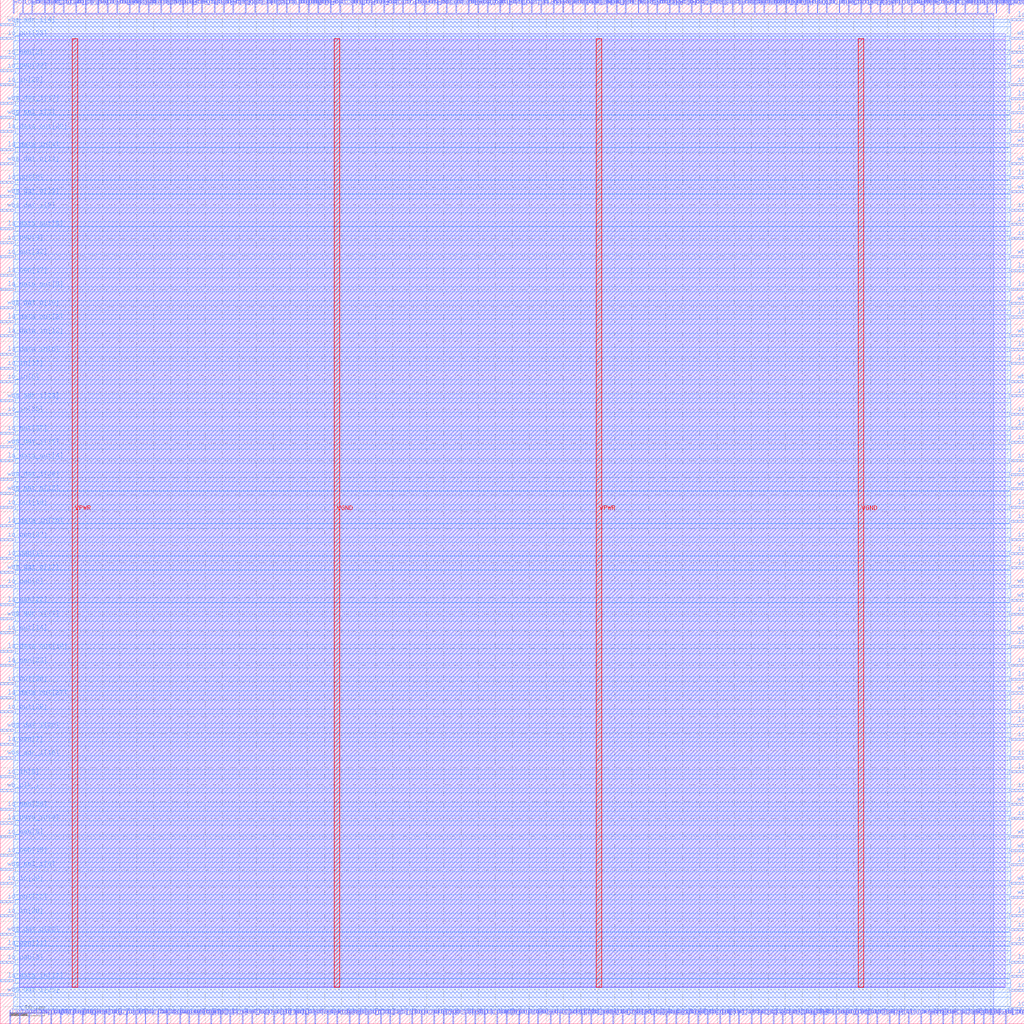
<source format=lef>
VERSION 5.7 ;
  NOWIREEXTENSIONATPIN ON ;
  DIVIDERCHAR "/" ;
  BUSBITCHARS "[]" ;
MACRO wrapped_seven_segment
  CLASS BLOCK ;
  FOREIGN wrapped_seven_segment ;
  ORIGIN 0.000 0.000 ;
  SIZE 300.000 BY 300.000 ;
  PIN active
    DIRECTION INPUT ;
    USE SIGNAL ;
    PORT
      LAYER met2 ;
        RECT 154.650 0.000 154.930 4.000 ;
    END
  END active
  PIN io_in[0]
    DIRECTION INPUT ;
    USE SIGNAL ;
    PORT
      LAYER met2 ;
        RECT 90.250 296.000 90.530 300.000 ;
    END
  END io_in[0]
  PIN io_in[10]
    DIRECTION INPUT ;
    USE SIGNAL ;
    PORT
      LAYER met2 ;
        RECT 231.930 0.000 232.210 4.000 ;
    END
  END io_in[10]
  PIN io_in[11]
    DIRECTION INPUT ;
    USE SIGNAL ;
    PORT
      LAYER met3 ;
        RECT 296.000 178.200 300.000 178.800 ;
    END
  END io_in[11]
  PIN io_in[12]
    DIRECTION INPUT ;
    USE SIGNAL ;
    PORT
      LAYER met2 ;
        RECT 294.490 0.000 294.770 4.000 ;
    END
  END io_in[12]
  PIN io_in[13]
    DIRECTION INPUT ;
    USE SIGNAL ;
    PORT
      LAYER met2 ;
        RECT 232.850 296.000 233.130 300.000 ;
    END
  END io_in[13]
  PIN io_in[14]
    DIRECTION INPUT ;
    USE SIGNAL ;
    PORT
      LAYER met2 ;
        RECT 99.450 296.000 99.730 300.000 ;
    END
  END io_in[14]
  PIN io_in[15]
    DIRECTION INPUT ;
    USE SIGNAL ;
    PORT
      LAYER met2 ;
        RECT 114.170 0.000 114.450 4.000 ;
    END
  END io_in[15]
  PIN io_in[16]
    DIRECTION INPUT ;
    USE SIGNAL ;
    PORT
      LAYER met2 ;
        RECT 83.810 296.000 84.090 300.000 ;
    END
  END io_in[16]
  PIN io_in[17]
    DIRECTION INPUT ;
    USE SIGNAL ;
    PORT
      LAYER met2 ;
        RECT 295.410 296.000 295.690 300.000 ;
    END
  END io_in[17]
  PIN io_in[18]
    DIRECTION INPUT ;
    USE SIGNAL ;
    PORT
      LAYER met2 ;
        RECT 137.170 296.000 137.450 300.000 ;
    END
  END io_in[18]
  PIN io_in[19]
    DIRECTION INPUT ;
    USE SIGNAL ;
    PORT
      LAYER met2 ;
        RECT 152.810 296.000 153.090 300.000 ;
    END
  END io_in[19]
  PIN io_in[1]
    DIRECTION INPUT ;
    USE SIGNAL ;
    PORT
      LAYER met2 ;
        RECT 39.650 0.000 39.930 4.000 ;
    END
  END io_in[1]
  PIN io_in[20]
    DIRECTION INPUT ;
    USE SIGNAL ;
    PORT
      LAYER met3 ;
        RECT 0.000 274.760 4.000 275.360 ;
    END
  END io_in[20]
  PIN io_in[21]
    DIRECTION INPUT ;
    USE SIGNAL ;
    PORT
      LAYER met2 ;
        RECT 104.970 0.000 105.250 4.000 ;
    END
  END io_in[21]
  PIN io_in[22]
    DIRECTION INPUT ;
    USE SIGNAL ;
    PORT
      LAYER met2 ;
        RECT 142.690 296.000 142.970 300.000 ;
    END
  END io_in[22]
  PIN io_in[23]
    DIRECTION INPUT ;
    USE SIGNAL ;
    PORT
      LAYER met2 ;
        RECT 252.170 296.000 252.450 300.000 ;
    END
  END io_in[23]
  PIN io_in[24]
    DIRECTION INPUT ;
    USE SIGNAL ;
    PORT
      LAYER met2 ;
        RECT 148.210 0.000 148.490 4.000 ;
    END
  END io_in[24]
  PIN io_in[25]
    DIRECTION INPUT ;
    USE SIGNAL ;
    PORT
      LAYER met2 ;
        RECT 61.730 0.000 62.010 4.000 ;
    END
  END io_in[25]
  PIN io_in[26]
    DIRECTION INPUT ;
    USE SIGNAL ;
    PORT
      LAYER met2 ;
        RECT 80.130 0.000 80.410 4.000 ;
    END
  END io_in[26]
  PIN io_in[27]
    DIRECTION INPUT ;
    USE SIGNAL ;
    PORT
      LAYER met3 ;
        RECT 0.000 191.800 4.000 192.400 ;
    END
  END io_in[27]
  PIN io_in[28]
    DIRECTION INPUT ;
    USE SIGNAL ;
    PORT
      LAYER met2 ;
        RECT 123.370 0.000 123.650 4.000 ;
    END
  END io_in[28]
  PIN io_in[29]
    DIRECTION INPUT ;
    USE SIGNAL ;
    PORT
      LAYER met3 ;
        RECT 0.000 40.840 4.000 41.440 ;
    END
  END io_in[29]
  PIN io_in[2]
    DIRECTION INPUT ;
    USE SIGNAL ;
    PORT
      LAYER met3 ;
        RECT 296.000 284.280 300.000 284.880 ;
    END
  END io_in[2]
  PIN io_in[30]
    DIRECTION INPUT ;
    USE SIGNAL ;
    PORT
      LAYER met2 ;
        RECT 121.530 296.000 121.810 300.000 ;
    END
  END io_in[30]
  PIN io_in[31]
    DIRECTION INPUT ;
    USE SIGNAL ;
    PORT
      LAYER met2 ;
        RECT 17.570 0.000 17.850 4.000 ;
    END
  END io_in[31]
  PIN io_in[32]
    DIRECTION INPUT ;
    USE SIGNAL ;
    PORT
      LAYER met2 ;
        RECT 261.370 296.000 261.650 300.000 ;
    END
  END io_in[32]
  PIN io_in[33]
    DIRECTION INPUT ;
    USE SIGNAL ;
    PORT
      LAYER met2 ;
        RECT 103.130 296.000 103.410 300.000 ;
    END
  END io_in[33]
  PIN io_in[34]
    DIRECTION INPUT ;
    USE SIGNAL ;
    PORT
      LAYER met2 ;
        RECT 256.770 0.000 257.050 4.000 ;
    END
  END io_in[34]
  PIN io_in[35]
    DIRECTION INPUT ;
    USE SIGNAL ;
    PORT
      LAYER met3 ;
        RECT 0.000 178.200 4.000 178.800 ;
    END
  END io_in[35]
  PIN io_in[36]
    DIRECTION INPUT ;
    USE SIGNAL ;
    PORT
      LAYER met3 ;
        RECT 0.000 31.320 4.000 31.920 ;
    END
  END io_in[36]
  PIN io_in[37]
    DIRECTION INPUT ;
    USE SIGNAL ;
    PORT
      LAYER met2 ;
        RECT 18.490 296.000 18.770 300.000 ;
    END
  END io_in[37]
  PIN io_in[3]
    DIRECTION INPUT ;
    USE SIGNAL ;
    PORT
      LAYER met2 ;
        RECT 207.090 0.000 207.370 4.000 ;
    END
  END io_in[3]
  PIN io_in[4]
    DIRECTION INPUT ;
    USE SIGNAL ;
    PORT
      LAYER met2 ;
        RECT 82.890 0.000 83.170 4.000 ;
    END
  END io_in[4]
  PIN io_in[5]
    DIRECTION INPUT ;
    USE SIGNAL ;
    PORT
      LAYER met3 ;
        RECT 0.000 72.120 4.000 72.720 ;
    END
  END io_in[5]
  PIN io_in[6]
    DIRECTION INPUT ;
    USE SIGNAL ;
    PORT
      LAYER met3 ;
        RECT 0.000 187.720 4.000 188.320 ;
    END
  END io_in[6]
  PIN io_in[7]
    DIRECTION INPUT ;
    USE SIGNAL ;
    PORT
      LAYER met3 ;
        RECT 296.000 146.920 300.000 147.520 ;
    END
  END io_in[7]
  PIN io_in[8]
    DIRECTION INPUT ;
    USE SIGNAL ;
    PORT
      LAYER met2 ;
        RECT 115.090 296.000 115.370 300.000 ;
    END
  END io_in[8]
  PIN io_in[9]
    DIRECTION INPUT ;
    USE SIGNAL ;
    PORT
      LAYER met2 ;
        RECT 22.170 296.000 22.450 300.000 ;
    END
  END io_in[9]
  PIN io_oeb[0]
    DIRECTION OUTPUT TRISTATE ;
    USE SIGNAL ;
    PORT
      LAYER met3 ;
        RECT 0.000 127.880 4.000 128.480 ;
    END
  END io_oeb[0]
  PIN io_oeb[10]
    DIRECTION OUTPUT TRISTATE ;
    USE SIGNAL ;
    PORT
      LAYER met2 ;
        RECT 65.410 296.000 65.690 300.000 ;
    END
  END io_oeb[10]
  PIN io_oeb[11]
    DIRECTION OUTPUT TRISTATE ;
    USE SIGNAL ;
    PORT
      LAYER met3 ;
        RECT 296.000 238.040 300.000 238.640 ;
    END
  END io_oeb[11]
  PIN io_oeb[12]
    DIRECTION OUTPUT TRISTATE ;
    USE SIGNAL ;
    PORT
      LAYER met3 ;
        RECT 296.000 104.760 300.000 105.360 ;
    END
  END io_oeb[12]
  PIN io_oeb[13]
    DIRECTION OUTPUT TRISTATE ;
    USE SIGNAL ;
    PORT
      LAYER met2 ;
        RECT 102.210 0.000 102.490 4.000 ;
    END
  END io_oeb[13]
  PIN io_oeb[14]
    DIRECTION OUTPUT TRISTATE ;
    USE SIGNAL ;
    PORT
      LAYER met2 ;
        RECT 205.250 296.000 205.530 300.000 ;
    END
  END io_oeb[14]
  PIN io_oeb[15]
    DIRECTION OUTPUT TRISTATE ;
    USE SIGNAL ;
    PORT
      LAYER met3 ;
        RECT 0.000 49.000 4.000 49.600 ;
    END
  END io_oeb[15]
  PIN io_oeb[16]
    DIRECTION OUTPUT TRISTATE ;
    USE SIGNAL ;
    PORT
      LAYER met2 ;
        RECT 71.850 296.000 72.130 300.000 ;
    END
  END io_oeb[16]
  PIN io_oeb[17]
    DIRECTION OUTPUT TRISTATE ;
    USE SIGNAL ;
    PORT
      LAYER met3 ;
        RECT 296.000 160.520 300.000 161.120 ;
    END
  END io_oeb[17]
  PIN io_oeb[18]
    DIRECTION OUTPUT TRISTATE ;
    USE SIGNAL ;
    PORT
      LAYER met2 ;
        RECT 77.370 0.000 77.650 4.000 ;
    END
  END io_oeb[18]
  PIN io_oeb[19]
    DIRECTION OUTPUT TRISTATE ;
    USE SIGNAL ;
    PORT
      LAYER met2 ;
        RECT 247.570 0.000 247.850 4.000 ;
    END
  END io_oeb[19]
  PIN io_oeb[1]
    DIRECTION OUTPUT TRISTATE ;
    USE SIGNAL ;
    PORT
      LAYER met3 ;
        RECT 0.000 136.040 4.000 136.640 ;
    END
  END io_oeb[1]
  PIN io_oeb[20]
    DIRECTION OUTPUT TRISTATE ;
    USE SIGNAL ;
    PORT
      LAYER met3 ;
        RECT 296.000 83.000 300.000 83.600 ;
    END
  END io_oeb[20]
  PIN io_oeb[21]
    DIRECTION OUTPUT TRISTATE ;
    USE SIGNAL ;
    PORT
      LAYER met2 ;
        RECT 74.610 296.000 74.890 300.000 ;
    END
  END io_oeb[21]
  PIN io_oeb[22]
    DIRECTION OUTPUT TRISTATE ;
    USE SIGNAL ;
    PORT
      LAYER met3 ;
        RECT 0.000 278.840 4.000 279.440 ;
    END
  END io_oeb[22]
  PIN io_oeb[23]
    DIRECTION OUTPUT TRISTATE ;
    USE SIGNAL ;
    PORT
      LAYER met2 ;
        RECT 129.810 0.000 130.090 4.000 ;
    END
  END io_oeb[23]
  PIN io_oeb[24]
    DIRECTION OUTPUT TRISTATE ;
    USE SIGNAL ;
    PORT
      LAYER met3 ;
        RECT 296.000 183.640 300.000 184.240 ;
    END
  END io_oeb[24]
  PIN io_oeb[25]
    DIRECTION OUTPUT TRISTATE ;
    USE SIGNAL ;
    PORT
      LAYER met3 ;
        RECT 296.000 59.880 300.000 60.480 ;
    END
  END io_oeb[25]
  PIN io_oeb[26]
    DIRECTION OUTPUT TRISTATE ;
    USE SIGNAL ;
    PORT
      LAYER met3 ;
        RECT 0.000 62.600 4.000 63.200 ;
    END
  END io_oeb[26]
  PIN io_oeb[27]
    DIRECTION OUTPUT TRISTATE ;
    USE SIGNAL ;
    PORT
      LAYER met2 ;
        RECT 117.850 296.000 118.130 300.000 ;
    END
  END io_oeb[27]
  PIN io_oeb[28]
    DIRECTION OUTPUT TRISTATE ;
    USE SIGNAL ;
    PORT
      LAYER met2 ;
        RECT 288.970 296.000 289.250 300.000 ;
    END
  END io_oeb[28]
  PIN io_oeb[29]
    DIRECTION OUTPUT TRISTATE ;
    USE SIGNAL ;
    PORT
      LAYER met3 ;
        RECT 296.000 141.480 300.000 142.080 ;
    END
  END io_oeb[29]
  PIN io_oeb[2]
    DIRECTION OUTPUT TRISTATE ;
    USE SIGNAL ;
    PORT
      LAYER met3 ;
        RECT 0.000 282.920 4.000 283.520 ;
    END
  END io_oeb[2]
  PIN io_oeb[30]
    DIRECTION OUTPUT TRISTATE ;
    USE SIGNAL ;
    PORT
      LAYER met3 ;
        RECT 296.000 13.640 300.000 14.240 ;
    END
  END io_oeb[30]
  PIN io_oeb[31]
    DIRECTION OUTPUT TRISTATE ;
    USE SIGNAL ;
    PORT
      LAYER met3 ;
        RECT 296.000 77.560 300.000 78.160 ;
    END
  END io_oeb[31]
  PIN io_oeb[32]
    DIRECTION OUTPUT TRISTATE ;
    USE SIGNAL ;
    PORT
      LAYER met2 ;
        RECT 133.490 296.000 133.770 300.000 ;
    END
  END io_oeb[32]
  PIN io_oeb[33]
    DIRECTION OUTPUT TRISTATE ;
    USE SIGNAL ;
    PORT
      LAYER met2 ;
        RECT 86.570 0.000 86.850 4.000 ;
    END
  END io_oeb[33]
  PIN io_oeb[34]
    DIRECTION OUTPUT TRISTATE ;
    USE SIGNAL ;
    PORT
      LAYER met3 ;
        RECT 296.000 4.120 300.000 4.720 ;
    END
  END io_oeb[34]
  PIN io_oeb[35]
    DIRECTION OUTPUT TRISTATE ;
    USE SIGNAL ;
    PORT
      LAYER met2 ;
        RECT 163.850 0.000 164.130 4.000 ;
    END
  END io_oeb[35]
  PIN io_oeb[36]
    DIRECTION OUTPUT TRISTATE ;
    USE SIGNAL ;
    PORT
      LAYER met2 ;
        RECT 6.530 296.000 6.810 300.000 ;
    END
  END io_oeb[36]
  PIN io_oeb[37]
    DIRECTION OUTPUT TRISTATE ;
    USE SIGNAL ;
    PORT
      LAYER met3 ;
        RECT 0.000 141.480 4.000 142.080 ;
    END
  END io_oeb[37]
  PIN io_oeb[3]
    DIRECTION OUTPUT TRISTATE ;
    USE SIGNAL ;
    PORT
      LAYER met3 ;
        RECT 0.000 17.720 4.000 18.320 ;
    END
  END io_oeb[3]
  PIN io_oeb[4]
    DIRECTION OUTPUT TRISTATE ;
    USE SIGNAL ;
    PORT
      LAYER met3 ;
        RECT 296.000 274.760 300.000 275.360 ;
    END
  END io_oeb[4]
  PIN io_oeb[5]
    DIRECTION OUTPUT TRISTATE ;
    USE SIGNAL ;
    PORT
      LAYER met3 ;
        RECT 0.000 54.440 4.000 55.040 ;
    END
  END io_oeb[5]
  PIN io_oeb[6]
    DIRECTION OUTPUT TRISTATE ;
    USE SIGNAL ;
    PORT
      LAYER met2 ;
        RECT 265.970 0.000 266.250 4.000 ;
    END
  END io_oeb[6]
  PIN io_oeb[7]
    DIRECTION OUTPUT TRISTATE ;
    USE SIGNAL ;
    PORT
      LAYER met2 ;
        RECT 43.330 296.000 43.610 300.000 ;
    END
  END io_oeb[7]
  PIN io_oeb[8]
    DIRECTION OUTPUT TRISTATE ;
    USE SIGNAL ;
    PORT
      LAYER met2 ;
        RECT 111.410 0.000 111.690 4.000 ;
    END
  END io_oeb[8]
  PIN io_oeb[9]
    DIRECTION OUTPUT TRISTATE ;
    USE SIGNAL ;
    PORT
      LAYER met3 ;
        RECT 0.000 228.520 4.000 229.120 ;
    END
  END io_oeb[9]
  PIN io_out[0]
    DIRECTION OUTPUT TRISTATE ;
    USE SIGNAL ;
    PORT
      LAYER met3 ;
        RECT 0.000 246.200 4.000 246.800 ;
    END
  END io_out[0]
  PIN io_out[10]
    DIRECTION OUTPUT TRISTATE ;
    USE SIGNAL ;
    PORT
      LAYER met2 ;
        RECT 139.010 0.000 139.290 4.000 ;
    END
  END io_out[10]
  PIN io_out[11]
    DIRECTION OUTPUT TRISTATE ;
    USE SIGNAL ;
    PORT
      LAYER met3 ;
        RECT 296.000 137.400 300.000 138.000 ;
    END
  END io_out[11]
  PIN io_out[12]
    DIRECTION OUTPUT TRISTATE ;
    USE SIGNAL ;
    PORT
      LAYER met3 ;
        RECT 296.000 164.600 300.000 165.200 ;
    END
  END io_out[12]
  PIN io_out[13]
    DIRECTION OUTPUT TRISTATE ;
    USE SIGNAL ;
    PORT
      LAYER met2 ;
        RECT 31.370 296.000 31.650 300.000 ;
    END
  END io_out[13]
  PIN io_out[14]
    DIRECTION OUTPUT TRISTATE ;
    USE SIGNAL ;
    PORT
      LAYER met3 ;
        RECT 0.000 114.280 4.000 114.880 ;
    END
  END io_out[14]
  PIN io_out[15]
    DIRECTION OUTPUT TRISTATE ;
    USE SIGNAL ;
    PORT
      LAYER met2 ;
        RECT 239.290 296.000 239.570 300.000 ;
    END
  END io_out[15]
  PIN io_out[16]
    DIRECTION OUTPUT TRISTATE ;
    USE SIGNAL ;
    PORT
      LAYER met2 ;
        RECT 8.370 0.000 8.650 4.000 ;
    END
  END io_out[16]
  PIN io_out[17]
    DIRECTION OUTPUT TRISTATE ;
    USE SIGNAL ;
    PORT
      LAYER met2 ;
        RECT 55.290 0.000 55.570 4.000 ;
    END
  END io_out[17]
  PIN io_out[18]
    DIRECTION OUTPUT TRISTATE ;
    USE SIGNAL ;
    PORT
      LAYER met3 ;
        RECT 0.000 151.000 4.000 151.600 ;
    END
  END io_out[18]
  PIN io_out[19]
    DIRECTION OUTPUT TRISTATE ;
    USE SIGNAL ;
    PORT
      LAYER met2 ;
        RECT 49.770 296.000 50.050 300.000 ;
    END
  END io_out[19]
  PIN io_out[1]
    DIRECTION OUTPUT TRISTATE ;
    USE SIGNAL ;
    PORT
      LAYER met3 ;
        RECT 296.000 27.240 300.000 27.840 ;
    END
  END io_out[1]
  PIN io_out[20]
    DIRECTION OUTPUT TRISTATE ;
    USE SIGNAL ;
    PORT
      LAYER met2 ;
        RECT 64.490 0.000 64.770 4.000 ;
    END
  END io_out[20]
  PIN io_out[21]
    DIRECTION OUTPUT TRISTATE ;
    USE SIGNAL ;
    PORT
      LAYER met2 ;
        RECT 132.570 0.000 132.850 4.000 ;
    END
  END io_out[21]
  PIN io_out[22]
    DIRECTION OUTPUT TRISTATE ;
    USE SIGNAL ;
    PORT
      LAYER met3 ;
        RECT 296.000 233.960 300.000 234.560 ;
    END
  END io_out[22]
  PIN io_out[23]
    DIRECTION OUTPUT TRISTATE ;
    USE SIGNAL ;
    PORT
      LAYER met3 ;
        RECT 0.000 288.360 4.000 288.960 ;
    END
  END io_out[23]
  PIN io_out[24]
    DIRECTION OUTPUT TRISTATE ;
    USE SIGNAL ;
    PORT
      LAYER met3 ;
        RECT 296.000 170.040 300.000 170.640 ;
    END
  END io_out[24]
  PIN io_out[25]
    DIRECTION OUTPUT TRISTATE ;
    USE SIGNAL ;
    PORT
      LAYER met2 ;
        RECT 107.730 0.000 108.010 4.000 ;
    END
  END io_out[25]
  PIN io_out[26]
    DIRECTION OUTPUT TRISTATE ;
    USE SIGNAL ;
    PORT
      LAYER met2 ;
        RECT 210.770 0.000 211.050 4.000 ;
    END
  END io_out[26]
  PIN io_out[27]
    DIRECTION OUTPUT TRISTATE ;
    USE SIGNAL ;
    PORT
      LAYER met2 ;
        RECT 120.610 0.000 120.890 4.000 ;
    END
  END io_out[27]
  PIN io_out[28]
    DIRECTION OUTPUT TRISTATE ;
    USE SIGNAL ;
    PORT
      LAYER met2 ;
        RECT 58.050 0.000 58.330 4.000 ;
    END
  END io_out[28]
  PIN io_out[29]
    DIRECTION OUTPUT TRISTATE ;
    USE SIGNAL ;
    PORT
      LAYER met3 ;
        RECT 0.000 91.160 4.000 91.760 ;
    END
  END io_out[29]
  PIN io_out[2]
    DIRECTION OUTPUT TRISTATE ;
    USE SIGNAL ;
    PORT
      LAYER met2 ;
        RECT 189.610 296.000 189.890 300.000 ;
    END
  END io_out[2]
  PIN io_out[30]
    DIRECTION OUTPUT TRISTATE ;
    USE SIGNAL ;
    PORT
      LAYER met2 ;
        RECT 173.970 296.000 174.250 300.000 ;
    END
  END io_out[30]
  PIN io_out[31]
    DIRECTION OUTPUT TRISTATE ;
    USE SIGNAL ;
    PORT
      LAYER met2 ;
        RECT 251.250 0.000 251.530 4.000 ;
    END
  END io_out[31]
  PIN io_out[32]
    DIRECTION OUTPUT TRISTATE ;
    USE SIGNAL ;
    PORT
      LAYER met3 ;
        RECT 0.000 224.440 4.000 225.040 ;
    END
  END io_out[32]
  PIN io_out[33]
    DIRECTION OUTPUT TRISTATE ;
    USE SIGNAL ;
    PORT
      LAYER met3 ;
        RECT 0.000 35.400 4.000 36.000 ;
    END
  END io_out[33]
  PIN io_out[34]
    DIRECTION OUTPUT TRISTATE ;
    USE SIGNAL ;
    PORT
      LAYER met2 ;
        RECT 155.570 296.000 155.850 300.000 ;
    END
  END io_out[34]
  PIN io_out[35]
    DIRECTION OUTPUT TRISTATE ;
    USE SIGNAL ;
    PORT
      LAYER met3 ;
        RECT 296.000 229.880 300.000 230.480 ;
    END
  END io_out[35]
  PIN io_out[36]
    DIRECTION OUTPUT TRISTATE ;
    USE SIGNAL ;
    PORT
      LAYER met3 ;
        RECT 0.000 99.320 4.000 99.920 ;
    END
  END io_out[36]
  PIN io_out[37]
    DIRECTION OUTPUT TRISTATE ;
    USE SIGNAL ;
    PORT
      LAYER met3 ;
        RECT 0.000 172.760 4.000 173.360 ;
    END
  END io_out[37]
  PIN io_out[3]
    DIRECTION OUTPUT TRISTATE ;
    USE SIGNAL ;
    PORT
      LAYER met2 ;
        RECT 105.890 296.000 106.170 300.000 ;
    END
  END io_out[3]
  PIN io_out[4]
    DIRECTION OUTPUT TRISTATE ;
    USE SIGNAL ;
    PORT
      LAYER met3 ;
        RECT 296.000 68.040 300.000 68.640 ;
    END
  END io_out[4]
  PIN io_out[5]
    DIRECTION OUTPUT TRISTATE ;
    USE SIGNAL ;
    PORT
      LAYER met3 ;
        RECT 296.000 119.720 300.000 120.320 ;
    END
  END io_out[5]
  PIN io_out[6]
    DIRECTION OUTPUT TRISTATE ;
    USE SIGNAL ;
    PORT
      LAYER met2 ;
        RECT 141.770 0.000 142.050 4.000 ;
    END
  END io_out[6]
  PIN io_out[7]
    DIRECTION OUTPUT TRISTATE ;
    USE SIGNAL ;
    PORT
      LAYER met3 ;
        RECT 296.000 23.160 300.000 23.760 ;
    END
  END io_out[7]
  PIN io_out[8]
    DIRECTION OUTPUT TRISTATE ;
    USE SIGNAL ;
    PORT
      LAYER met3 ;
        RECT 296.000 9.560 300.000 10.160 ;
    END
  END io_out[8]
  PIN io_out[9]
    DIRECTION OUTPUT TRISTATE ;
    USE SIGNAL ;
    PORT
      LAYER met2 ;
        RECT 269.650 0.000 269.930 4.000 ;
    END
  END io_out[9]
  PIN la_data_in[0]
    DIRECTION INPUT ;
    USE SIGNAL ;
    PORT
      LAYER met2 ;
        RECT 183.170 296.000 183.450 300.000 ;
    END
  END la_data_in[0]
  PIN la_data_in[10]
    DIRECTION INPUT ;
    USE SIGNAL ;
    PORT
      LAYER met2 ;
        RECT 242.050 296.000 242.330 300.000 ;
    END
  END la_data_in[10]
  PIN la_data_in[11]
    DIRECTION INPUT ;
    USE SIGNAL ;
    PORT
      LAYER met2 ;
        RECT 5.610 0.000 5.890 4.000 ;
    END
  END la_data_in[11]
  PIN la_data_in[12]
    DIRECTION INPUT ;
    USE SIGNAL ;
    PORT
      LAYER met3 ;
        RECT 0.000 201.320 4.000 201.920 ;
    END
  END la_data_in[12]
  PIN la_data_in[13]
    DIRECTION INPUT ;
    USE SIGNAL ;
    PORT
      LAYER met2 ;
        RECT 238.370 0.000 238.650 4.000 ;
    END
  END la_data_in[13]
  PIN la_data_in[14]
    DIRECTION INPUT ;
    USE SIGNAL ;
    PORT
      LAYER met3 ;
        RECT 296.000 206.760 300.000 207.360 ;
    END
  END la_data_in[14]
  PIN la_data_in[15]
    DIRECTION INPUT ;
    USE SIGNAL ;
    PORT
      LAYER met2 ;
        RECT 264.130 296.000 264.410 300.000 ;
    END
  END la_data_in[15]
  PIN la_data_in[16]
    DIRECTION INPUT ;
    USE SIGNAL ;
    PORT
      LAYER met2 ;
        RECT 130.730 296.000 131.010 300.000 ;
    END
  END la_data_in[16]
  PIN la_data_in[17]
    DIRECTION INPUT ;
    USE SIGNAL ;
    PORT
      LAYER met3 ;
        RECT 0.000 12.280 4.000 12.880 ;
    END
  END la_data_in[17]
  PIN la_data_in[18]
    DIRECTION INPUT ;
    USE SIGNAL ;
    PORT
      LAYER met2 ;
        RECT 226.410 0.000 226.690 4.000 ;
    END
  END la_data_in[18]
  PIN la_data_in[19]
    DIRECTION INPUT ;
    USE SIGNAL ;
    PORT
      LAYER met2 ;
        RECT 201.570 0.000 201.850 4.000 ;
    END
  END la_data_in[19]
  PIN la_data_in[1]
    DIRECTION INPUT ;
    USE SIGNAL ;
    PORT
      LAYER met2 ;
        RECT 12.050 0.000 12.330 4.000 ;
    END
  END la_data_in[1]
  PIN la_data_in[20]
    DIRECTION INPUT ;
    USE SIGNAL ;
    PORT
      LAYER met3 ;
        RECT 296.000 46.280 300.000 46.880 ;
    END
  END la_data_in[20]
  PIN la_data_in[21]
    DIRECTION INPUT ;
    USE SIGNAL ;
    PORT
      LAYER met3 ;
        RECT 296.000 247.560 300.000 248.160 ;
    END
  END la_data_in[21]
  PIN la_data_in[22]
    DIRECTION INPUT ;
    USE SIGNAL ;
    PORT
      LAYER met3 ;
        RECT 296.000 293.800 300.000 294.400 ;
    END
  END la_data_in[22]
  PIN la_data_in[23]
    DIRECTION INPUT ;
    USE SIGNAL ;
    PORT
      LAYER met2 ;
        RECT 290.810 0.000 291.090 4.000 ;
    END
  END la_data_in[23]
  PIN la_data_in[24]
    DIRECTION INPUT ;
    USE SIGNAL ;
    PORT
      LAYER met2 ;
        RECT 28.610 296.000 28.890 300.000 ;
    END
  END la_data_in[24]
  PIN la_data_in[25]
    DIRECTION INPUT ;
    USE SIGNAL ;
    PORT
      LAYER met2 ;
        RECT 89.330 0.000 89.610 4.000 ;
    END
  END la_data_in[25]
  PIN la_data_in[26]
    DIRECTION INPUT ;
    USE SIGNAL ;
    PORT
      LAYER met2 ;
        RECT 185.930 0.000 186.210 4.000 ;
    END
  END la_data_in[26]
  PIN la_data_in[27]
    DIRECTION INPUT ;
    USE SIGNAL ;
    PORT
      LAYER met3 ;
        RECT 296.000 91.160 300.000 91.760 ;
    END
  END la_data_in[27]
  PIN la_data_in[28]
    DIRECTION INPUT ;
    USE SIGNAL ;
    PORT
      LAYER met2 ;
        RECT 36.890 0.000 37.170 4.000 ;
    END
  END la_data_in[28]
  PIN la_data_in[29]
    DIRECTION INPUT ;
    USE SIGNAL ;
    PORT
      LAYER met3 ;
        RECT 296.000 261.160 300.000 261.760 ;
    END
  END la_data_in[29]
  PIN la_data_in[2]
    DIRECTION INPUT ;
    USE SIGNAL ;
    PORT
      LAYER met2 ;
        RECT 220.890 296.000 221.170 300.000 ;
    END
  END la_data_in[2]
  PIN la_data_in[30]
    DIRECTION INPUT ;
    USE SIGNAL ;
    PORT
      LAYER met3 ;
        RECT 0.000 145.560 4.000 146.160 ;
    END
  END la_data_in[30]
  PIN la_data_in[31]
    DIRECTION INPUT ;
    USE SIGNAL ;
    PORT
      LAYER met2 ;
        RECT 24.930 296.000 25.210 300.000 ;
    END
  END la_data_in[31]
  PIN la_data_in[3]
    DIRECTION INPUT ;
    USE SIGNAL ;
    PORT
      LAYER met2 ;
        RECT 81.050 296.000 81.330 300.000 ;
    END
  END la_data_in[3]
  PIN la_data_in[4]
    DIRECTION INPUT ;
    USE SIGNAL ;
    PORT
      LAYER met3 ;
        RECT 0.000 255.720 4.000 256.320 ;
    END
  END la_data_in[4]
  PIN la_data_in[5]
    DIRECTION INPUT ;
    USE SIGNAL ;
    PORT
      LAYER met2 ;
        RECT 257.690 296.000 257.970 300.000 ;
    END
  END la_data_in[5]
  PIN la_data_in[6]
    DIRECTION INPUT ;
    USE SIGNAL ;
    PORT
      LAYER met3 ;
        RECT 0.000 195.880 4.000 196.480 ;
    END
  END la_data_in[6]
  PIN la_data_in[7]
    DIRECTION INPUT ;
    USE SIGNAL ;
    PORT
      LAYER met2 ;
        RECT 235.610 0.000 235.890 4.000 ;
    END
  END la_data_in[7]
  PIN la_data_in[8]
    DIRECTION INPUT ;
    USE SIGNAL ;
    PORT
      LAYER met3 ;
        RECT 0.000 58.520 4.000 59.120 ;
    END
  END la_data_in[8]
  PIN la_data_in[9]
    DIRECTION INPUT ;
    USE SIGNAL ;
    PORT
      LAYER met2 ;
        RECT 145.450 0.000 145.730 4.000 ;
    END
  END la_data_in[9]
  PIN la_data_out[0]
    DIRECTION OUTPUT TRISTATE ;
    USE SIGNAL ;
    PORT
      LAYER met2 ;
        RECT 136.250 0.000 136.530 4.000 ;
    END
  END la_data_out[0]
  PIN la_data_out[10]
    DIRECTION OUTPUT TRISTATE ;
    USE SIGNAL ;
    PORT
      LAYER met2 ;
        RECT 244.810 0.000 245.090 4.000 ;
    END
  END la_data_out[10]
  PIN la_data_out[11]
    DIRECTION OUTPUT TRISTATE ;
    USE SIGNAL ;
    PORT
      LAYER met2 ;
        RECT 211.690 296.000 211.970 300.000 ;
    END
  END la_data_out[11]
  PIN la_data_out[12]
    DIRECTION OUTPUT TRISTATE ;
    USE SIGNAL ;
    PORT
      LAYER met2 ;
        RECT 42.410 0.000 42.690 4.000 ;
    END
  END la_data_out[12]
  PIN la_data_out[13]
    DIRECTION OUTPUT TRISTATE ;
    USE SIGNAL ;
    PORT
      LAYER met2 ;
        RECT 214.450 296.000 214.730 300.000 ;
    END
  END la_data_out[13]
  PIN la_data_out[14]
    DIRECTION OUTPUT TRISTATE ;
    USE SIGNAL ;
    PORT
      LAYER met2 ;
        RECT 286.210 296.000 286.490 300.000 ;
    END
  END la_data_out[14]
  PIN la_data_out[15]
    DIRECTION OUTPUT TRISTATE ;
    USE SIGNAL ;
    PORT
      LAYER met3 ;
        RECT 296.000 193.160 300.000 193.760 ;
    END
  END la_data_out[15]
  PIN la_data_out[16]
    DIRECTION OUTPUT TRISTATE ;
    USE SIGNAL ;
    PORT
      LAYER met2 ;
        RECT 158.330 296.000 158.610 300.000 ;
    END
  END la_data_out[16]
  PIN la_data_out[17]
    DIRECTION OUTPUT TRISTATE ;
    USE SIGNAL ;
    PORT
      LAYER met3 ;
        RECT 296.000 100.680 300.000 101.280 ;
    END
  END la_data_out[17]
  PIN la_data_out[18]
    DIRECTION OUTPUT TRISTATE ;
    USE SIGNAL ;
    PORT
      LAYER met2 ;
        RECT 48.850 0.000 49.130 4.000 ;
    END
  END la_data_out[18]
  PIN la_data_out[19]
    DIRECTION OUTPUT TRISTATE ;
    USE SIGNAL ;
    PORT
      LAYER met3 ;
        RECT 0.000 108.840 4.000 109.440 ;
    END
  END la_data_out[19]
  PIN la_data_out[1]
    DIRECTION OUTPUT TRISTATE ;
    USE SIGNAL ;
    PORT
      LAYER met2 ;
        RECT 40.570 296.000 40.850 300.000 ;
    END
  END la_data_out[1]
  PIN la_data_out[20]
    DIRECTION OUTPUT TRISTATE ;
    USE SIGNAL ;
    PORT
      LAYER met3 ;
        RECT 0.000 261.160 4.000 261.760 ;
    END
  END la_data_out[20]
  PIN la_data_out[21]
    DIRECTION OUTPUT TRISTATE ;
    USE SIGNAL ;
    PORT
      LAYER met2 ;
        RECT 288.050 0.000 288.330 4.000 ;
    END
  END la_data_out[21]
  PIN la_data_out[22]
    DIRECTION OUTPUT TRISTATE ;
    USE SIGNAL ;
    PORT
      LAYER met2 ;
        RECT 197.890 0.000 198.170 4.000 ;
    END
  END la_data_out[22]
  PIN la_data_out[23]
    DIRECTION OUTPUT TRISTATE ;
    USE SIGNAL ;
    PORT
      LAYER met2 ;
        RECT 162.010 296.000 162.290 300.000 ;
    END
  END la_data_out[23]
  PIN la_data_out[24]
    DIRECTION OUTPUT TRISTATE ;
    USE SIGNAL ;
    PORT
      LAYER met2 ;
        RECT 14.810 0.000 15.090 4.000 ;
    END
  END la_data_out[24]
  PIN la_data_out[25]
    DIRECTION OUTPUT TRISTATE ;
    USE SIGNAL ;
    PORT
      LAYER met3 ;
        RECT 296.000 110.200 300.000 110.800 ;
    END
  END la_data_out[25]
  PIN la_data_out[26]
    DIRECTION OUTPUT TRISTATE ;
    USE SIGNAL ;
    PORT
      LAYER met2 ;
        RECT 170.290 0.000 170.570 4.000 ;
    END
  END la_data_out[26]
  PIN la_data_out[27]
    DIRECTION OUTPUT TRISTATE ;
    USE SIGNAL ;
    PORT
      LAYER met3 ;
        RECT 0.000 95.240 4.000 95.840 ;
    END
  END la_data_out[27]
  PIN la_data_out[28]
    DIRECTION OUTPUT TRISTATE ;
    USE SIGNAL ;
    PORT
      LAYER met2 ;
        RECT 78.290 296.000 78.570 300.000 ;
    END
  END la_data_out[28]
  PIN la_data_out[29]
    DIRECTION OUTPUT TRISTATE ;
    USE SIGNAL ;
    PORT
      LAYER met2 ;
        RECT 191.450 0.000 191.730 4.000 ;
    END
  END la_data_out[29]
  PIN la_data_out[2]
    DIRECTION OUTPUT TRISTATE ;
    USE SIGNAL ;
    PORT
      LAYER met3 ;
        RECT 0.000 205.400 4.000 206.000 ;
    END
  END la_data_out[2]
  PIN la_data_out[30]
    DIRECTION OUTPUT TRISTATE ;
    USE SIGNAL ;
    PORT
      LAYER met2 ;
        RECT 116.930 0.000 117.210 4.000 ;
    END
  END la_data_out[30]
  PIN la_data_out[31]
    DIRECTION OUTPUT TRISTATE ;
    USE SIGNAL ;
    PORT
      LAYER met3 ;
        RECT 296.000 31.320 300.000 31.920 ;
    END
  END la_data_out[31]
  PIN la_data_out[3]
    DIRECTION OUTPUT TRISTATE ;
    USE SIGNAL ;
    PORT
      LAYER met2 ;
        RECT 223.650 296.000 223.930 300.000 ;
    END
  END la_data_out[3]
  PIN la_data_out[4]
    DIRECTION OUTPUT TRISTATE ;
    USE SIGNAL ;
    PORT
      LAYER met3 ;
        RECT 0.000 164.600 4.000 165.200 ;
    END
  END la_data_out[4]
  PIN la_data_out[5]
    DIRECTION OUTPUT TRISTATE ;
    USE SIGNAL ;
    PORT
      LAYER met3 ;
        RECT 0.000 232.600 4.000 233.200 ;
    END
  END la_data_out[5]
  PIN la_data_out[6]
    DIRECTION OUTPUT TRISTATE ;
    USE SIGNAL ;
    PORT
      LAYER met2 ;
        RECT 46.090 0.000 46.370 4.000 ;
    END
  END la_data_out[6]
  PIN la_data_out[7]
    DIRECTION OUTPUT TRISTATE ;
    USE SIGNAL ;
    PORT
      LAYER met2 ;
        RECT 21.250 0.000 21.530 4.000 ;
    END
  END la_data_out[7]
  PIN la_data_out[8]
    DIRECTION OUTPUT TRISTATE ;
    USE SIGNAL ;
    PORT
      LAYER met3 ;
        RECT 0.000 214.920 4.000 215.520 ;
    END
  END la_data_out[8]
  PIN la_data_out[9]
    DIRECTION OUTPUT TRISTATE ;
    USE SIGNAL ;
    PORT
      LAYER met2 ;
        RECT 279.770 296.000 280.050 300.000 ;
    END
  END la_data_out[9]
  PIN la_oen[0]
    DIRECTION INPUT ;
    USE SIGNAL ;
    PORT
      LAYER met2 ;
        RECT 196.050 296.000 196.330 300.000 ;
    END
  END la_oen[0]
  PIN la_oen[10]
    DIRECTION INPUT ;
    USE SIGNAL ;
    PORT
      LAYER met2 ;
        RECT 171.210 296.000 171.490 300.000 ;
    END
  END la_oen[10]
  PIN la_oen[11]
    DIRECTION INPUT ;
    USE SIGNAL ;
    PORT
      LAYER met3 ;
        RECT 296.000 133.320 300.000 133.920 ;
    END
  END la_oen[11]
  PIN la_oen[12]
    DIRECTION INPUT ;
    USE SIGNAL ;
    PORT
      LAYER met2 ;
        RECT 180.410 296.000 180.690 300.000 ;
    END
  END la_oen[12]
  PIN la_oen[13]
    DIRECTION INPUT ;
    USE SIGNAL ;
    PORT
      LAYER met2 ;
        RECT 173.050 0.000 173.330 4.000 ;
    END
  END la_oen[13]
  PIN la_oen[14]
    DIRECTION INPUT ;
    USE SIGNAL ;
    PORT
      LAYER met3 ;
        RECT 296.000 214.920 300.000 215.520 ;
    END
  END la_oen[14]
  PIN la_oen[15]
    DIRECTION INPUT ;
    USE SIGNAL ;
    PORT
      LAYER met3 ;
        RECT 296.000 17.720 300.000 18.320 ;
    END
  END la_oen[15]
  PIN la_oen[16]
    DIRECTION INPUT ;
    USE SIGNAL ;
    PORT
      LAYER met2 ;
        RECT 2.850 0.000 3.130 4.000 ;
    END
  END la_oen[16]
  PIN la_oen[17]
    DIRECTION INPUT ;
    USE SIGNAL ;
    PORT
      LAYER met3 ;
        RECT 0.000 219.000 4.000 219.600 ;
    END
  END la_oen[17]
  PIN la_oen[18]
    DIRECTION INPUT ;
    USE SIGNAL ;
    PORT
      LAYER met2 ;
        RECT 67.250 0.000 67.530 4.000 ;
    END
  END la_oen[18]
  PIN la_oen[19]
    DIRECTION INPUT ;
    USE SIGNAL ;
    PORT
      LAYER met2 ;
        RECT 33.210 0.000 33.490 4.000 ;
    END
  END la_oen[19]
  PIN la_oen[1]
    DIRECTION INPUT ;
    USE SIGNAL ;
    PORT
      LAYER met2 ;
        RECT 47.010 296.000 47.290 300.000 ;
    END
  END la_oen[1]
  PIN la_oen[20]
    DIRECTION INPUT ;
    USE SIGNAL ;
    PORT
      LAYER met3 ;
        RECT 296.000 73.480 300.000 74.080 ;
    END
  END la_oen[20]
  PIN la_oen[21]
    DIRECTION INPUT ;
    USE SIGNAL ;
    PORT
      LAYER met3 ;
        RECT 0.000 21.800 4.000 22.400 ;
    END
  END la_oen[21]
  PIN la_oen[22]
    DIRECTION INPUT ;
    USE SIGNAL ;
    PORT
      LAYER met3 ;
        RECT 0.000 122.440 4.000 123.040 ;
    END
  END la_oen[22]
  PIN la_oen[23]
    DIRECTION INPUT ;
    USE SIGNAL ;
    PORT
      LAYER met3 ;
        RECT 0.000 104.760 4.000 105.360 ;
    END
  END la_oen[23]
  PIN la_oen[24]
    DIRECTION INPUT ;
    USE SIGNAL ;
    PORT
      LAYER met3 ;
        RECT 296.000 266.600 300.000 267.200 ;
    END
  END la_oen[24]
  PIN la_oen[25]
    DIRECTION INPUT ;
    USE SIGNAL ;
    PORT
      LAYER met2 ;
        RECT 266.890 296.000 267.170 300.000 ;
    END
  END la_oen[25]
  PIN la_oen[26]
    DIRECTION INPUT ;
    USE SIGNAL ;
    PORT
      LAYER met3 ;
        RECT 296.000 151.000 300.000 151.600 ;
    END
  END la_oen[26]
  PIN la_oen[27]
    DIRECTION INPUT ;
    USE SIGNAL ;
    PORT
      LAYER met2 ;
        RECT 146.370 296.000 146.650 300.000 ;
    END
  END la_oen[27]
  PIN la_oen[28]
    DIRECTION INPUT ;
    USE SIGNAL ;
    PORT
      LAYER met2 ;
        RECT 24.010 0.000 24.290 4.000 ;
    END
  END la_oen[28]
  PIN la_oen[29]
    DIRECTION INPUT ;
    USE SIGNAL ;
    PORT
      LAYER met2 ;
        RECT 230.090 296.000 230.370 300.000 ;
    END
  END la_oen[29]
  PIN la_oen[2]
    DIRECTION INPUT ;
    USE SIGNAL ;
    PORT
      LAYER met3 ;
        RECT 296.000 174.120 300.000 174.720 ;
    END
  END la_oen[2]
  PIN la_oen[30]
    DIRECTION INPUT ;
    USE SIGNAL ;
    PORT
      LAYER met3 ;
        RECT 296.000 270.680 300.000 271.280 ;
    END
  END la_oen[30]
  PIN la_oen[31]
    DIRECTION INPUT ;
    USE SIGNAL ;
    PORT
      LAYER met3 ;
        RECT 296.000 197.240 300.000 197.840 ;
    END
  END la_oen[31]
  PIN la_oen[3]
    DIRECTION INPUT ;
    USE SIGNAL ;
    PORT
      LAYER met3 ;
        RECT 296.000 87.080 300.000 87.680 ;
    END
  END la_oen[3]
  PIN la_oen[4]
    DIRECTION INPUT ;
    USE SIGNAL ;
    PORT
      LAYER met2 ;
        RECT 87.490 296.000 87.770 300.000 ;
    END
  END la_oen[4]
  PIN la_oen[5]
    DIRECTION INPUT ;
    USE SIGNAL ;
    PORT
      LAYER met2 ;
        RECT 62.650 296.000 62.930 300.000 ;
    END
  END la_oen[5]
  PIN la_oen[6]
    DIRECTION INPUT ;
    USE SIGNAL ;
    PORT
      LAYER met2 ;
        RECT 53.450 296.000 53.730 300.000 ;
    END
  END la_oen[6]
  PIN la_oen[7]
    DIRECTION INPUT ;
    USE SIGNAL ;
    PORT
      LAYER met3 ;
        RECT 0.000 81.640 4.000 82.240 ;
    END
  END la_oen[7]
  PIN la_oen[8]
    DIRECTION INPUT ;
    USE SIGNAL ;
    PORT
      LAYER met2 ;
        RECT 254.010 0.000 254.290 4.000 ;
    END
  END la_oen[8]
  PIN la_oen[9]
    DIRECTION INPUT ;
    USE SIGNAL ;
    PORT
      LAYER met3 ;
        RECT 296.000 220.360 300.000 220.960 ;
    END
  END la_oen[9]
  PIN wb_clk_i
    DIRECTION INPUT ;
    USE SIGNAL ;
    PORT
      LAYER met3 ;
        RECT 0.000 68.040 4.000 68.640 ;
    END
  END wb_clk_i
  PIN wb_rst_i
    DIRECTION INPUT ;
    USE SIGNAL ;
    PORT
      LAYER met2 ;
        RECT 204.330 0.000 204.610 4.000 ;
    END
  END wb_rst_i
  PIN wbs_ack_o
    DIRECTION OUTPUT TRISTATE ;
    USE SIGNAL ;
    PORT
      LAYER met2 ;
        RECT 260.450 0.000 260.730 4.000 ;
    END
  END wbs_ack_o
  PIN wbs_adr_i[0]
    DIRECTION INPUT ;
    USE SIGNAL ;
    PORT
      LAYER met2 ;
        RECT 213.530 0.000 213.810 4.000 ;
    END
  END wbs_adr_i[0]
  PIN wbs_adr_i[10]
    DIRECTION INPUT ;
    USE SIGNAL ;
    PORT
      LAYER met2 ;
        RECT 112.330 296.000 112.610 300.000 ;
    END
  END wbs_adr_i[10]
  PIN wbs_adr_i[11]
    DIRECTION INPUT ;
    USE SIGNAL ;
    PORT
      LAYER met2 ;
        RECT 208.010 296.000 208.290 300.000 ;
    END
  END wbs_adr_i[11]
  PIN wbs_adr_i[12]
    DIRECTION INPUT ;
    USE SIGNAL ;
    PORT
      LAYER met3 ;
        RECT 296.000 257.080 300.000 257.680 ;
    END
  END wbs_adr_i[12]
  PIN wbs_adr_i[13]
    DIRECTION INPUT ;
    USE SIGNAL ;
    PORT
      LAYER met3 ;
        RECT 296.000 288.360 300.000 288.960 ;
    END
  END wbs_adr_i[13]
  PIN wbs_adr_i[14]
    DIRECTION INPUT ;
    USE SIGNAL ;
    PORT
      LAYER met2 ;
        RECT 9.290 296.000 9.570 300.000 ;
    END
  END wbs_adr_i[14]
  PIN wbs_adr_i[15]
    DIRECTION INPUT ;
    USE SIGNAL ;
    PORT
      LAYER met3 ;
        RECT 296.000 210.840 300.000 211.440 ;
    END
  END wbs_adr_i[15]
  PIN wbs_adr_i[16]
    DIRECTION INPUT ;
    USE SIGNAL ;
    PORT
      LAYER met2 ;
        RECT 254.930 296.000 255.210 300.000 ;
    END
  END wbs_adr_i[16]
  PIN wbs_adr_i[17]
    DIRECTION INPUT ;
    USE SIGNAL ;
    PORT
      LAYER met3 ;
        RECT 0.000 118.360 4.000 118.960 ;
    END
  END wbs_adr_i[17]
  PIN wbs_adr_i[18]
    DIRECTION INPUT ;
    USE SIGNAL ;
    PORT
      LAYER met3 ;
        RECT 0.000 77.560 4.000 78.160 ;
    END
  END wbs_adr_i[18]
  PIN wbs_adr_i[19]
    DIRECTION INPUT ;
    USE SIGNAL ;
    PORT
      LAYER met2 ;
        RECT 27.690 0.000 27.970 4.000 ;
    END
  END wbs_adr_i[19]
  PIN wbs_adr_i[1]
    DIRECTION INPUT ;
    USE SIGNAL ;
    PORT
      LAYER met3 ;
        RECT 296.000 36.760 300.000 37.360 ;
    END
  END wbs_adr_i[1]
  PIN wbs_adr_i[20]
    DIRECTION INPUT ;
    USE SIGNAL ;
    PORT
      LAYER met3 ;
        RECT 296.000 243.480 300.000 244.080 ;
    END
  END wbs_adr_i[20]
  PIN wbs_adr_i[21]
    DIRECTION INPUT ;
    USE SIGNAL ;
    PORT
      LAYER met2 ;
        RECT 186.850 296.000 187.130 300.000 ;
    END
  END wbs_adr_i[21]
  PIN wbs_adr_i[22]
    DIRECTION INPUT ;
    USE SIGNAL ;
    PORT
      LAYER met3 ;
        RECT 296.000 201.320 300.000 201.920 ;
    END
  END wbs_adr_i[22]
  PIN wbs_adr_i[23]
    DIRECTION INPUT ;
    USE SIGNAL ;
    PORT
      LAYER met3 ;
        RECT 0.000 182.280 4.000 182.880 ;
    END
  END wbs_adr_i[23]
  PIN wbs_adr_i[24]
    DIRECTION INPUT ;
    USE SIGNAL ;
    PORT
      LAYER met2 ;
        RECT 273.330 296.000 273.610 300.000 ;
    END
  END wbs_adr_i[24]
  PIN wbs_adr_i[25]
    DIRECTION INPUT ;
    USE SIGNAL ;
    PORT
      LAYER met2 ;
        RECT 177.650 296.000 177.930 300.000 ;
    END
  END wbs_adr_i[25]
  PIN wbs_adr_i[26]
    DIRECTION INPUT ;
    USE SIGNAL ;
    PORT
      LAYER met3 ;
        RECT 296.000 224.440 300.000 225.040 ;
    END
  END wbs_adr_i[26]
  PIN wbs_adr_i[27]
    DIRECTION INPUT ;
    USE SIGNAL ;
    PORT
      LAYER met3 ;
        RECT 296.000 280.200 300.000 280.800 ;
    END
  END wbs_adr_i[27]
  PIN wbs_adr_i[28]
    DIRECTION INPUT ;
    USE SIGNAL ;
    PORT
      LAYER met2 ;
        RECT 92.090 0.000 92.370 4.000 ;
    END
  END wbs_adr_i[28]
  PIN wbs_adr_i[29]
    DIRECTION INPUT ;
    USE SIGNAL ;
    PORT
      LAYER met2 ;
        RECT 219.970 0.000 220.250 4.000 ;
    END
  END wbs_adr_i[29]
  PIN wbs_adr_i[2]
    DIRECTION INPUT ;
    USE SIGNAL ;
    PORT
      LAYER met2 ;
        RECT 3.770 296.000 4.050 300.000 ;
    END
  END wbs_adr_i[2]
  PIN wbs_adr_i[30]
    DIRECTION INPUT ;
    USE SIGNAL ;
    PORT
      LAYER met2 ;
        RECT 164.770 296.000 165.050 300.000 ;
    END
  END wbs_adr_i[30]
  PIN wbs_adr_i[31]
    DIRECTION INPUT ;
    USE SIGNAL ;
    PORT
      LAYER met2 ;
        RECT 127.050 0.000 127.330 4.000 ;
    END
  END wbs_adr_i[31]
  PIN wbs_adr_i[3]
    DIRECTION INPUT ;
    USE SIGNAL ;
    PORT
      LAYER met3 ;
        RECT 296.000 127.880 300.000 128.480 ;
    END
  END wbs_adr_i[3]
  PIN wbs_adr_i[4]
    DIRECTION INPUT ;
    USE SIGNAL ;
    PORT
      LAYER met3 ;
        RECT 0.000 292.440 4.000 293.040 ;
    END
  END wbs_adr_i[4]
  PIN wbs_adr_i[5]
    DIRECTION INPUT ;
    USE SIGNAL ;
    PORT
      LAYER met2 ;
        RECT 98.530 0.000 98.810 4.000 ;
    END
  END wbs_adr_i[5]
  PIN wbs_adr_i[6]
    DIRECTION INPUT ;
    USE SIGNAL ;
    PORT
      LAYER met2 ;
        RECT 263.210 0.000 263.490 4.000 ;
    END
  END wbs_adr_i[6]
  PIN wbs_adr_i[7]
    DIRECTION INPUT ;
    USE SIGNAL ;
    PORT
      LAYER met2 ;
        RECT 291.730 296.000 292.010 300.000 ;
    END
  END wbs_adr_i[7]
  PIN wbs_adr_i[8]
    DIRECTION INPUT ;
    USE SIGNAL ;
    PORT
      LAYER met2 ;
        RECT 236.530 296.000 236.810 300.000 ;
    END
  END wbs_adr_i[8]
  PIN wbs_adr_i[9]
    DIRECTION INPUT ;
    USE SIGNAL ;
    PORT
      LAYER met2 ;
        RECT 70.930 0.000 71.210 4.000 ;
    END
  END wbs_adr_i[9]
  PIN wbs_cyc_i
    DIRECTION INPUT ;
    USE SIGNAL ;
    PORT
      LAYER met2 ;
        RECT 30.450 0.000 30.730 4.000 ;
    END
  END wbs_cyc_i
  PIN wbs_dat_i[0]
    DIRECTION INPUT ;
    USE SIGNAL ;
    PORT
      LAYER met2 ;
        RECT 56.210 296.000 56.490 300.000 ;
    END
  END wbs_dat_i[0]
  PIN wbs_dat_i[10]
    DIRECTION INPUT ;
    USE SIGNAL ;
    PORT
      LAYER met2 ;
        RECT 73.690 0.000 73.970 4.000 ;
    END
  END wbs_dat_i[10]
  PIN wbs_dat_i[11]
    DIRECTION INPUT ;
    USE SIGNAL ;
    PORT
      LAYER met2 ;
        RECT 176.730 0.000 177.010 4.000 ;
    END
  END wbs_dat_i[11]
  PIN wbs_dat_i[12]
    DIRECTION INPUT ;
    USE SIGNAL ;
    PORT
      LAYER met2 ;
        RECT 270.570 296.000 270.850 300.000 ;
    END
  END wbs_dat_i[12]
  PIN wbs_dat_i[13]
    DIRECTION INPUT ;
    USE SIGNAL ;
    PORT
      LAYER met3 ;
        RECT 296.000 114.280 300.000 114.880 ;
    END
  END wbs_dat_i[13]
  PIN wbs_dat_i[14]
    DIRECTION INPUT ;
    USE SIGNAL ;
    PORT
      LAYER met2 ;
        RECT 276.090 0.000 276.370 4.000 ;
    END
  END wbs_dat_i[14]
  PIN wbs_dat_i[15]
    DIRECTION INPUT ;
    USE SIGNAL ;
    PORT
      LAYER met3 ;
        RECT 0.000 168.680 4.000 169.280 ;
    END
  END wbs_dat_i[15]
  PIN wbs_dat_i[16]
    DIRECTION INPUT ;
    USE SIGNAL ;
    PORT
      LAYER met2 ;
        RECT 285.290 0.000 285.570 4.000 ;
    END
  END wbs_dat_i[16]
  PIN wbs_dat_i[17]
    DIRECTION INPUT ;
    USE SIGNAL ;
    PORT
      LAYER met3 ;
        RECT 0.000 269.320 4.000 269.920 ;
    END
  END wbs_dat_i[17]
  PIN wbs_dat_i[18]
    DIRECTION INPUT ;
    USE SIGNAL ;
    PORT
      LAYER met3 ;
        RECT 296.000 54.440 300.000 55.040 ;
    END
  END wbs_dat_i[18]
  PIN wbs_dat_i[19]
    DIRECTION INPUT ;
    USE SIGNAL ;
    PORT
      LAYER met2 ;
        RECT 161.090 0.000 161.370 4.000 ;
    END
  END wbs_dat_i[19]
  PIN wbs_dat_i[1]
    DIRECTION INPUT ;
    USE SIGNAL ;
    PORT
      LAYER met2 ;
        RECT 277.010 296.000 277.290 300.000 ;
    END
  END wbs_dat_i[1]
  PIN wbs_dat_i[20]
    DIRECTION INPUT ;
    USE SIGNAL ;
    PORT
      LAYER met3 ;
        RECT 0.000 85.720 4.000 86.320 ;
    END
  END wbs_dat_i[20]
  PIN wbs_dat_i[21]
    DIRECTION INPUT ;
    USE SIGNAL ;
    PORT
      LAYER met3 ;
        RECT 296.000 123.800 300.000 124.400 ;
    END
  END wbs_dat_i[21]
  PIN wbs_dat_i[22]
    DIRECTION INPUT ;
    USE SIGNAL ;
    PORT
      LAYER met2 ;
        RECT 108.650 296.000 108.930 300.000 ;
    END
  END wbs_dat_i[22]
  PIN wbs_dat_i[23]
    DIRECTION INPUT ;
    USE SIGNAL ;
    PORT
      LAYER met2 ;
        RECT 58.970 296.000 59.250 300.000 ;
    END
  END wbs_dat_i[23]
  PIN wbs_dat_i[24]
    DIRECTION INPUT ;
    USE SIGNAL ;
    PORT
      LAYER met3 ;
        RECT 0.000 159.160 4.000 159.760 ;
    END
  END wbs_dat_i[24]
  PIN wbs_dat_i[25]
    DIRECTION INPUT ;
    USE SIGNAL ;
    PORT
      LAYER met3 ;
        RECT 0.000 8.200 4.000 8.800 ;
    END
  END wbs_dat_i[25]
  PIN wbs_dat_i[26]
    DIRECTION INPUT ;
    USE SIGNAL ;
    PORT
      LAYER met2 ;
        RECT 37.810 296.000 38.090 300.000 ;
    END
  END wbs_dat_i[26]
  PIN wbs_dat_i[27]
    DIRECTION INPUT ;
    USE SIGNAL ;
    PORT
      LAYER met3 ;
        RECT 296.000 96.600 300.000 97.200 ;
    END
  END wbs_dat_i[27]
  PIN wbs_dat_i[28]
    DIRECTION INPUT ;
    USE SIGNAL ;
    PORT
      LAYER met2 ;
        RECT 229.170 0.000 229.450 4.000 ;
    END
  END wbs_dat_i[28]
  PIN wbs_dat_i[29]
    DIRECTION INPUT ;
    USE SIGNAL ;
    PORT
      LAYER met2 ;
        RECT 179.490 0.000 179.770 4.000 ;
    END
  END wbs_dat_i[29]
  PIN wbs_dat_i[2]
    DIRECTION INPUT ;
    USE SIGNAL ;
    PORT
      LAYER met2 ;
        RECT 127.970 296.000 128.250 300.000 ;
    END
  END wbs_dat_i[2]
  PIN wbs_dat_i[30]
    DIRECTION INPUT ;
    USE SIGNAL ;
    PORT
      LAYER met2 ;
        RECT 167.530 296.000 167.810 300.000 ;
    END
  END wbs_dat_i[30]
  PIN wbs_dat_i[31]
    DIRECTION INPUT ;
    USE SIGNAL ;
    PORT
      LAYER met2 ;
        RECT 272.410 0.000 272.690 4.000 ;
    END
  END wbs_dat_i[31]
  PIN wbs_dat_i[3]
    DIRECTION INPUT ;
    USE SIGNAL ;
    PORT
      LAYER met3 ;
        RECT 296.000 251.640 300.000 252.240 ;
    END
  END wbs_dat_i[3]
  PIN wbs_dat_i[4]
    DIRECTION INPUT ;
    USE SIGNAL ;
    PORT
      LAYER met2 ;
        RECT 52.530 0.000 52.810 4.000 ;
    END
  END wbs_dat_i[4]
  PIN wbs_dat_i[5]
    DIRECTION INPUT ;
    USE SIGNAL ;
    PORT
      LAYER met2 ;
        RECT 241.130 0.000 241.410 4.000 ;
    END
  END wbs_dat_i[5]
  PIN wbs_dat_i[6]
    DIRECTION INPUT ;
    USE SIGNAL ;
    PORT
      LAYER met2 ;
        RECT 68.170 296.000 68.450 300.000 ;
    END
  END wbs_dat_i[6]
  PIN wbs_dat_i[7]
    DIRECTION INPUT ;
    USE SIGNAL ;
    PORT
      LAYER met2 ;
        RECT 216.290 0.000 216.570 4.000 ;
    END
  END wbs_dat_i[7]
  PIN wbs_dat_i[8]
    DIRECTION INPUT ;
    USE SIGNAL ;
    PORT
      LAYER met2 ;
        RECT 282.530 296.000 282.810 300.000 ;
    END
  END wbs_dat_i[8]
  PIN wbs_dat_i[9]
    DIRECTION INPUT ;
    USE SIGNAL ;
    PORT
      LAYER met3 ;
        RECT 0.000 238.040 4.000 238.640 ;
    END
  END wbs_dat_i[9]
  PIN wbs_dat_o[0]
    DIRECTION OUTPUT TRISTATE ;
    USE SIGNAL ;
    PORT
      LAYER met3 ;
        RECT 296.000 156.440 300.000 157.040 ;
    END
  END wbs_dat_o[0]
  PIN wbs_dat_o[10]
    DIRECTION OUTPUT TRISTATE ;
    USE SIGNAL ;
    PORT
      LAYER met3 ;
        RECT 0.000 209.480 4.000 210.080 ;
    END
  END wbs_dat_o[10]
  PIN wbs_dat_o[11]
    DIRECTION OUTPUT TRISTATE ;
    USE SIGNAL ;
    PORT
      LAYER met3 ;
        RECT 296.000 40.840 300.000 41.440 ;
    END
  END wbs_dat_o[11]
  PIN wbs_dat_o[12]
    DIRECTION OUTPUT TRISTATE ;
    USE SIGNAL ;
    PORT
      LAYER met3 ;
        RECT 0.000 155.080 4.000 155.680 ;
    END
  END wbs_dat_o[12]
  PIN wbs_dat_o[13]
    DIRECTION OUTPUT TRISTATE ;
    USE SIGNAL ;
    PORT
      LAYER met2 ;
        RECT 248.490 296.000 248.770 300.000 ;
    END
  END wbs_dat_o[13]
  PIN wbs_dat_o[14]
    DIRECTION OUTPUT TRISTATE ;
    USE SIGNAL ;
    PORT
      LAYER met3 ;
        RECT 0.000 251.640 4.000 252.240 ;
    END
  END wbs_dat_o[14]
  PIN wbs_dat_o[15]
    DIRECTION OUTPUT TRISTATE ;
    USE SIGNAL ;
    PORT
      LAYER met2 ;
        RECT 124.290 296.000 124.570 300.000 ;
    END
  END wbs_dat_o[15]
  PIN wbs_dat_o[16]
    DIRECTION OUTPUT TRISTATE ;
    USE SIGNAL ;
    PORT
      LAYER met2 ;
        RECT 188.690 0.000 188.970 4.000 ;
    END
  END wbs_dat_o[16]
  PIN wbs_dat_o[17]
    DIRECTION OUTPUT TRISTATE ;
    USE SIGNAL ;
    PORT
      LAYER met3 ;
        RECT 0.000 131.960 4.000 132.560 ;
    END
  END wbs_dat_o[17]
  PIN wbs_dat_o[18]
    DIRECTION OUTPUT TRISTATE ;
    USE SIGNAL ;
    PORT
      LAYER met2 ;
        RECT 15.730 296.000 16.010 300.000 ;
    END
  END wbs_dat_o[18]
  PIN wbs_dat_o[19]
    DIRECTION OUTPUT TRISTATE ;
    USE SIGNAL ;
    PORT
      LAYER met2 ;
        RECT 217.210 296.000 217.490 300.000 ;
    END
  END wbs_dat_o[19]
  PIN wbs_dat_o[1]
    DIRECTION OUTPUT TRISTATE ;
    USE SIGNAL ;
    PORT
      LAYER met2 ;
        RECT 93.010 296.000 93.290 300.000 ;
    END
  END wbs_dat_o[1]
  PIN wbs_dat_o[20]
    DIRECTION OUTPUT TRISTATE ;
    USE SIGNAL ;
    PORT
      LAYER met2 ;
        RECT 95.770 0.000 96.050 4.000 ;
    END
  END wbs_dat_o[20]
  PIN wbs_dat_o[21]
    DIRECTION OUTPUT TRISTATE ;
    USE SIGNAL ;
    PORT
      LAYER met2 ;
        RECT 96.690 296.000 96.970 300.000 ;
    END
  END wbs_dat_o[21]
  PIN wbs_dat_o[22]
    DIRECTION OUTPUT TRISTATE ;
    USE SIGNAL ;
    PORT
      LAYER met3 ;
        RECT 0.000 25.880 4.000 26.480 ;
    END
  END wbs_dat_o[22]
  PIN wbs_dat_o[23]
    DIRECTION OUTPUT TRISTATE ;
    USE SIGNAL ;
    PORT
      LAYER met3 ;
        RECT 296.000 50.360 300.000 50.960 ;
    END
  END wbs_dat_o[23]
  PIN wbs_dat_o[24]
    DIRECTION OUTPUT TRISTATE ;
    USE SIGNAL ;
    PORT
      LAYER met2 ;
        RECT 151.890 0.000 152.170 4.000 ;
    END
  END wbs_dat_o[24]
  PIN wbs_dat_o[25]
    DIRECTION OUTPUT TRISTATE ;
    USE SIGNAL ;
    PORT
      LAYER met2 ;
        RECT 245.730 296.000 246.010 300.000 ;
    END
  END wbs_dat_o[25]
  PIN wbs_dat_o[26]
    DIRECTION OUTPUT TRISTATE ;
    USE SIGNAL ;
    PORT
      LAYER met2 ;
        RECT 149.130 296.000 149.410 300.000 ;
    END
  END wbs_dat_o[26]
  PIN wbs_dat_o[27]
    DIRECTION OUTPUT TRISTATE ;
    USE SIGNAL ;
    PORT
      LAYER met2 ;
        RECT 192.370 296.000 192.650 300.000 ;
    END
  END wbs_dat_o[27]
  PIN wbs_dat_o[28]
    DIRECTION OUTPUT TRISTATE ;
    USE SIGNAL ;
    PORT
      LAYER met2 ;
        RECT 281.610 0.000 281.890 4.000 ;
    END
  END wbs_dat_o[28]
  PIN wbs_dat_o[29]
    DIRECTION OUTPUT TRISTATE ;
    USE SIGNAL ;
    PORT
      LAYER met3 ;
        RECT 0.000 242.120 4.000 242.720 ;
    END
  END wbs_dat_o[29]
  PIN wbs_dat_o[2]
    DIRECTION OUTPUT TRISTATE ;
    USE SIGNAL ;
    PORT
      LAYER met3 ;
        RECT 296.000 187.720 300.000 188.320 ;
    END
  END wbs_dat_o[2]
  PIN wbs_dat_o[30]
    DIRECTION OUTPUT TRISTATE ;
    USE SIGNAL ;
    PORT
      LAYER met2 ;
        RECT 195.130 0.000 195.410 4.000 ;
    END
  END wbs_dat_o[30]
  PIN wbs_dat_o[31]
    DIRECTION OUTPUT TRISTATE ;
    USE SIGNAL ;
    PORT
      LAYER met2 ;
        RECT 222.730 0.000 223.010 4.000 ;
    END
  END wbs_dat_o[31]
  PIN wbs_dat_o[3]
    DIRECTION OUTPUT TRISTATE ;
    USE SIGNAL ;
    PORT
      LAYER met2 ;
        RECT 198.810 296.000 199.090 300.000 ;
    END
  END wbs_dat_o[3]
  PIN wbs_dat_o[4]
    DIRECTION OUTPUT TRISTATE ;
    USE SIGNAL ;
    PORT
      LAYER met2 ;
        RECT 34.130 296.000 34.410 300.000 ;
    END
  END wbs_dat_o[4]
  PIN wbs_dat_o[5]
    DIRECTION OUTPUT TRISTATE ;
    USE SIGNAL ;
    PORT
      LAYER met2 ;
        RECT 12.970 296.000 13.250 300.000 ;
    END
  END wbs_dat_o[5]
  PIN wbs_dat_o[6]
    DIRECTION OUTPUT TRISTATE ;
    USE SIGNAL ;
    PORT
      LAYER met2 ;
        RECT 157.410 0.000 157.690 4.000 ;
    END
  END wbs_dat_o[6]
  PIN wbs_dat_o[7]
    DIRECTION OUTPUT TRISTATE ;
    USE SIGNAL ;
    PORT
      LAYER met2 ;
        RECT 182.250 0.000 182.530 4.000 ;
    END
  END wbs_dat_o[7]
  PIN wbs_dat_o[8]
    DIRECTION OUTPUT TRISTATE ;
    USE SIGNAL ;
    PORT
      LAYER met2 ;
        RECT 166.610 0.000 166.890 4.000 ;
    END
  END wbs_dat_o[8]
  PIN wbs_dat_o[9]
    DIRECTION OUTPUT TRISTATE ;
    USE SIGNAL ;
    PORT
      LAYER met2 ;
        RECT 139.930 296.000 140.210 300.000 ;
    END
  END wbs_dat_o[9]
  PIN wbs_sel_i[0]
    DIRECTION INPUT ;
    USE SIGNAL ;
    PORT
      LAYER met3 ;
        RECT 0.000 44.920 4.000 45.520 ;
    END
  END wbs_sel_i[0]
  PIN wbs_sel_i[1]
    DIRECTION INPUT ;
    USE SIGNAL ;
    PORT
      LAYER met3 ;
        RECT 296.000 63.960 300.000 64.560 ;
    END
  END wbs_sel_i[1]
  PIN wbs_sel_i[2]
    DIRECTION INPUT ;
    USE SIGNAL ;
    PORT
      LAYER met2 ;
        RECT 278.850 0.000 279.130 4.000 ;
    END
  END wbs_sel_i[2]
  PIN wbs_sel_i[3]
    DIRECTION INPUT ;
    USE SIGNAL ;
    PORT
      LAYER met3 ;
        RECT 0.000 265.240 4.000 265.840 ;
    END
  END wbs_sel_i[3]
  PIN wbs_stb_i
    DIRECTION INPUT ;
    USE SIGNAL ;
    PORT
      LAYER met2 ;
        RECT 202.490 296.000 202.770 300.000 ;
    END
  END wbs_stb_i
  PIN wbs_we_i
    DIRECTION INPUT ;
    USE SIGNAL ;
    PORT
      LAYER met2 ;
        RECT 227.330 296.000 227.610 300.000 ;
    END
  END wbs_we_i
  PIN VPWR
    DIRECTION INOUT ;
    USE POWER ;
    PORT
      LAYER met4 ;
        RECT 174.640 10.640 176.240 288.560 ;
    END
  END VPWR
  PIN VPWR
    DIRECTION INOUT ;
    USE POWER ;
    PORT
      LAYER met4 ;
        RECT 21.040 10.640 22.640 288.560 ;
    END
  END VPWR
  PIN VGND
    DIRECTION INOUT ;
    USE GROUND ;
    PORT
      LAYER met4 ;
        RECT 251.440 10.640 253.040 288.560 ;
    END
  END VGND
  PIN VGND
    DIRECTION INOUT ;
    USE GROUND ;
    PORT
      LAYER met4 ;
        RECT 97.840 10.640 99.440 288.560 ;
    END
  END VGND
  OBS
      LAYER li1 ;
        RECT 5.520 10.795 294.400 288.405 ;
      LAYER met1 ;
        RECT 5.520 10.640 294.400 289.980 ;
      LAYER met2 ;
        RECT 5.680 295.720 6.250 296.000 ;
        RECT 7.090 295.720 9.010 296.000 ;
        RECT 9.850 295.720 12.690 296.000 ;
        RECT 13.530 295.720 15.450 296.000 ;
        RECT 16.290 295.720 18.210 296.000 ;
        RECT 19.050 295.720 21.890 296.000 ;
        RECT 22.730 295.720 24.650 296.000 ;
        RECT 25.490 295.720 28.330 296.000 ;
        RECT 29.170 295.720 31.090 296.000 ;
        RECT 31.930 295.720 33.850 296.000 ;
        RECT 34.690 295.720 37.530 296.000 ;
        RECT 38.370 295.720 40.290 296.000 ;
        RECT 41.130 295.720 43.050 296.000 ;
        RECT 43.890 295.720 46.730 296.000 ;
        RECT 47.570 295.720 49.490 296.000 ;
        RECT 50.330 295.720 53.170 296.000 ;
        RECT 54.010 295.720 55.930 296.000 ;
        RECT 56.770 295.720 58.690 296.000 ;
        RECT 59.530 295.720 62.370 296.000 ;
        RECT 63.210 295.720 65.130 296.000 ;
        RECT 65.970 295.720 67.890 296.000 ;
        RECT 68.730 295.720 71.570 296.000 ;
        RECT 72.410 295.720 74.330 296.000 ;
        RECT 75.170 295.720 78.010 296.000 ;
        RECT 78.850 295.720 80.770 296.000 ;
        RECT 81.610 295.720 83.530 296.000 ;
        RECT 84.370 295.720 87.210 296.000 ;
        RECT 88.050 295.720 89.970 296.000 ;
        RECT 90.810 295.720 92.730 296.000 ;
        RECT 93.570 295.720 96.410 296.000 ;
        RECT 97.250 295.720 99.170 296.000 ;
        RECT 100.010 295.720 102.850 296.000 ;
        RECT 103.690 295.720 105.610 296.000 ;
        RECT 106.450 295.720 108.370 296.000 ;
        RECT 109.210 295.720 112.050 296.000 ;
        RECT 112.890 295.720 114.810 296.000 ;
        RECT 115.650 295.720 117.570 296.000 ;
        RECT 118.410 295.720 121.250 296.000 ;
        RECT 122.090 295.720 124.010 296.000 ;
        RECT 124.850 295.720 127.690 296.000 ;
        RECT 128.530 295.720 130.450 296.000 ;
        RECT 131.290 295.720 133.210 296.000 ;
        RECT 134.050 295.720 136.890 296.000 ;
        RECT 137.730 295.720 139.650 296.000 ;
        RECT 140.490 295.720 142.410 296.000 ;
        RECT 143.250 295.720 146.090 296.000 ;
        RECT 146.930 295.720 148.850 296.000 ;
        RECT 149.690 295.720 152.530 296.000 ;
        RECT 153.370 295.720 155.290 296.000 ;
        RECT 156.130 295.720 158.050 296.000 ;
        RECT 158.890 295.720 161.730 296.000 ;
        RECT 162.570 295.720 164.490 296.000 ;
        RECT 165.330 295.720 167.250 296.000 ;
        RECT 168.090 295.720 170.930 296.000 ;
        RECT 171.770 295.720 173.690 296.000 ;
        RECT 174.530 295.720 177.370 296.000 ;
        RECT 178.210 295.720 180.130 296.000 ;
        RECT 180.970 295.720 182.890 296.000 ;
        RECT 183.730 295.720 186.570 296.000 ;
        RECT 187.410 295.720 189.330 296.000 ;
        RECT 190.170 295.720 192.090 296.000 ;
        RECT 192.930 295.720 195.770 296.000 ;
        RECT 196.610 295.720 198.530 296.000 ;
        RECT 199.370 295.720 202.210 296.000 ;
        RECT 203.050 295.720 204.970 296.000 ;
        RECT 205.810 295.720 207.730 296.000 ;
        RECT 208.570 295.720 211.410 296.000 ;
        RECT 212.250 295.720 214.170 296.000 ;
        RECT 215.010 295.720 216.930 296.000 ;
        RECT 217.770 295.720 220.610 296.000 ;
        RECT 221.450 295.720 223.370 296.000 ;
        RECT 224.210 295.720 227.050 296.000 ;
        RECT 227.890 295.720 229.810 296.000 ;
        RECT 230.650 295.720 232.570 296.000 ;
        RECT 233.410 295.720 236.250 296.000 ;
        RECT 237.090 295.720 239.010 296.000 ;
        RECT 239.850 295.720 241.770 296.000 ;
        RECT 242.610 295.720 245.450 296.000 ;
        RECT 246.290 295.720 248.210 296.000 ;
        RECT 249.050 295.720 251.890 296.000 ;
        RECT 252.730 295.720 254.650 296.000 ;
        RECT 255.490 295.720 257.410 296.000 ;
        RECT 258.250 295.720 261.090 296.000 ;
        RECT 261.930 295.720 263.850 296.000 ;
        RECT 264.690 295.720 266.610 296.000 ;
        RECT 267.450 295.720 270.290 296.000 ;
        RECT 271.130 295.720 273.050 296.000 ;
        RECT 273.890 295.720 276.730 296.000 ;
        RECT 277.570 295.720 279.490 296.000 ;
        RECT 280.330 295.720 282.250 296.000 ;
        RECT 283.090 295.720 285.930 296.000 ;
        RECT 286.770 295.720 288.690 296.000 ;
        RECT 289.530 295.720 291.020 296.000 ;
        RECT 5.680 4.280 291.020 295.720 ;
        RECT 6.170 4.000 8.090 4.280 ;
        RECT 8.930 4.000 11.770 4.280 ;
        RECT 12.610 4.000 14.530 4.280 ;
        RECT 15.370 4.000 17.290 4.280 ;
        RECT 18.130 4.000 20.970 4.280 ;
        RECT 21.810 4.000 23.730 4.280 ;
        RECT 24.570 4.000 27.410 4.280 ;
        RECT 28.250 4.000 30.170 4.280 ;
        RECT 31.010 4.000 32.930 4.280 ;
        RECT 33.770 4.000 36.610 4.280 ;
        RECT 37.450 4.000 39.370 4.280 ;
        RECT 40.210 4.000 42.130 4.280 ;
        RECT 42.970 4.000 45.810 4.280 ;
        RECT 46.650 4.000 48.570 4.280 ;
        RECT 49.410 4.000 52.250 4.280 ;
        RECT 53.090 4.000 55.010 4.280 ;
        RECT 55.850 4.000 57.770 4.280 ;
        RECT 58.610 4.000 61.450 4.280 ;
        RECT 62.290 4.000 64.210 4.280 ;
        RECT 65.050 4.000 66.970 4.280 ;
        RECT 67.810 4.000 70.650 4.280 ;
        RECT 71.490 4.000 73.410 4.280 ;
        RECT 74.250 4.000 77.090 4.280 ;
        RECT 77.930 4.000 79.850 4.280 ;
        RECT 80.690 4.000 82.610 4.280 ;
        RECT 83.450 4.000 86.290 4.280 ;
        RECT 87.130 4.000 89.050 4.280 ;
        RECT 89.890 4.000 91.810 4.280 ;
        RECT 92.650 4.000 95.490 4.280 ;
        RECT 96.330 4.000 98.250 4.280 ;
        RECT 99.090 4.000 101.930 4.280 ;
        RECT 102.770 4.000 104.690 4.280 ;
        RECT 105.530 4.000 107.450 4.280 ;
        RECT 108.290 4.000 111.130 4.280 ;
        RECT 111.970 4.000 113.890 4.280 ;
        RECT 114.730 4.000 116.650 4.280 ;
        RECT 117.490 4.000 120.330 4.280 ;
        RECT 121.170 4.000 123.090 4.280 ;
        RECT 123.930 4.000 126.770 4.280 ;
        RECT 127.610 4.000 129.530 4.280 ;
        RECT 130.370 4.000 132.290 4.280 ;
        RECT 133.130 4.000 135.970 4.280 ;
        RECT 136.810 4.000 138.730 4.280 ;
        RECT 139.570 4.000 141.490 4.280 ;
        RECT 142.330 4.000 145.170 4.280 ;
        RECT 146.010 4.000 147.930 4.280 ;
        RECT 148.770 4.000 151.610 4.280 ;
        RECT 152.450 4.000 154.370 4.280 ;
        RECT 155.210 4.000 157.130 4.280 ;
        RECT 157.970 4.000 160.810 4.280 ;
        RECT 161.650 4.000 163.570 4.280 ;
        RECT 164.410 4.000 166.330 4.280 ;
        RECT 167.170 4.000 170.010 4.280 ;
        RECT 170.850 4.000 172.770 4.280 ;
        RECT 173.610 4.000 176.450 4.280 ;
        RECT 177.290 4.000 179.210 4.280 ;
        RECT 180.050 4.000 181.970 4.280 ;
        RECT 182.810 4.000 185.650 4.280 ;
        RECT 186.490 4.000 188.410 4.280 ;
        RECT 189.250 4.000 191.170 4.280 ;
        RECT 192.010 4.000 194.850 4.280 ;
        RECT 195.690 4.000 197.610 4.280 ;
        RECT 198.450 4.000 201.290 4.280 ;
        RECT 202.130 4.000 204.050 4.280 ;
        RECT 204.890 4.000 206.810 4.280 ;
        RECT 207.650 4.000 210.490 4.280 ;
        RECT 211.330 4.000 213.250 4.280 ;
        RECT 214.090 4.000 216.010 4.280 ;
        RECT 216.850 4.000 219.690 4.280 ;
        RECT 220.530 4.000 222.450 4.280 ;
        RECT 223.290 4.000 226.130 4.280 ;
        RECT 226.970 4.000 228.890 4.280 ;
        RECT 229.730 4.000 231.650 4.280 ;
        RECT 232.490 4.000 235.330 4.280 ;
        RECT 236.170 4.000 238.090 4.280 ;
        RECT 238.930 4.000 240.850 4.280 ;
        RECT 241.690 4.000 244.530 4.280 ;
        RECT 245.370 4.000 247.290 4.280 ;
        RECT 248.130 4.000 250.970 4.280 ;
        RECT 251.810 4.000 253.730 4.280 ;
        RECT 254.570 4.000 256.490 4.280 ;
        RECT 257.330 4.000 260.170 4.280 ;
        RECT 261.010 4.000 262.930 4.280 ;
        RECT 263.770 4.000 265.690 4.280 ;
        RECT 266.530 4.000 269.370 4.280 ;
        RECT 270.210 4.000 272.130 4.280 ;
        RECT 272.970 4.000 275.810 4.280 ;
        RECT 276.650 4.000 278.570 4.280 ;
        RECT 279.410 4.000 281.330 4.280 ;
        RECT 282.170 4.000 285.010 4.280 ;
        RECT 285.850 4.000 287.770 4.280 ;
        RECT 288.610 4.000 290.530 4.280 ;
      LAYER met3 ;
        RECT 4.000 293.440 295.600 294.265 ;
        RECT 4.400 293.400 295.600 293.440 ;
        RECT 4.400 292.040 296.000 293.400 ;
        RECT 4.000 289.360 296.000 292.040 ;
        RECT 4.400 287.960 295.600 289.360 ;
        RECT 4.000 285.280 296.000 287.960 ;
        RECT 4.000 283.920 295.600 285.280 ;
        RECT 4.400 283.880 295.600 283.920 ;
        RECT 4.400 282.520 296.000 283.880 ;
        RECT 4.000 281.200 296.000 282.520 ;
        RECT 4.000 279.840 295.600 281.200 ;
        RECT 4.400 279.800 295.600 279.840 ;
        RECT 4.400 278.440 296.000 279.800 ;
        RECT 4.000 275.760 296.000 278.440 ;
        RECT 4.400 274.360 295.600 275.760 ;
        RECT 4.000 271.680 296.000 274.360 ;
        RECT 4.000 270.320 295.600 271.680 ;
        RECT 4.400 270.280 295.600 270.320 ;
        RECT 4.400 268.920 296.000 270.280 ;
        RECT 4.000 267.600 296.000 268.920 ;
        RECT 4.000 266.240 295.600 267.600 ;
        RECT 4.400 266.200 295.600 266.240 ;
        RECT 4.400 264.840 296.000 266.200 ;
        RECT 4.000 262.160 296.000 264.840 ;
        RECT 4.400 260.760 295.600 262.160 ;
        RECT 4.000 258.080 296.000 260.760 ;
        RECT 4.000 256.720 295.600 258.080 ;
        RECT 4.400 256.680 295.600 256.720 ;
        RECT 4.400 255.320 296.000 256.680 ;
        RECT 4.000 252.640 296.000 255.320 ;
        RECT 4.400 251.240 295.600 252.640 ;
        RECT 4.000 248.560 296.000 251.240 ;
        RECT 4.000 247.200 295.600 248.560 ;
        RECT 4.400 247.160 295.600 247.200 ;
        RECT 4.400 245.800 296.000 247.160 ;
        RECT 4.000 244.480 296.000 245.800 ;
        RECT 4.000 243.120 295.600 244.480 ;
        RECT 4.400 243.080 295.600 243.120 ;
        RECT 4.400 241.720 296.000 243.080 ;
        RECT 4.000 239.040 296.000 241.720 ;
        RECT 4.400 237.640 295.600 239.040 ;
        RECT 4.000 234.960 296.000 237.640 ;
        RECT 4.000 233.600 295.600 234.960 ;
        RECT 4.400 233.560 295.600 233.600 ;
        RECT 4.400 232.200 296.000 233.560 ;
        RECT 4.000 230.880 296.000 232.200 ;
        RECT 4.000 229.520 295.600 230.880 ;
        RECT 4.400 229.480 295.600 229.520 ;
        RECT 4.400 228.120 296.000 229.480 ;
        RECT 4.000 225.440 296.000 228.120 ;
        RECT 4.400 224.040 295.600 225.440 ;
        RECT 4.000 221.360 296.000 224.040 ;
        RECT 4.000 220.000 295.600 221.360 ;
        RECT 4.400 219.960 295.600 220.000 ;
        RECT 4.400 218.600 296.000 219.960 ;
        RECT 4.000 215.920 296.000 218.600 ;
        RECT 4.400 214.520 295.600 215.920 ;
        RECT 4.000 211.840 296.000 214.520 ;
        RECT 4.000 210.480 295.600 211.840 ;
        RECT 4.400 210.440 295.600 210.480 ;
        RECT 4.400 209.080 296.000 210.440 ;
        RECT 4.000 207.760 296.000 209.080 ;
        RECT 4.000 206.400 295.600 207.760 ;
        RECT 4.400 206.360 295.600 206.400 ;
        RECT 4.400 205.000 296.000 206.360 ;
        RECT 4.000 202.320 296.000 205.000 ;
        RECT 4.400 200.920 295.600 202.320 ;
        RECT 4.000 198.240 296.000 200.920 ;
        RECT 4.000 196.880 295.600 198.240 ;
        RECT 4.400 196.840 295.600 196.880 ;
        RECT 4.400 195.480 296.000 196.840 ;
        RECT 4.000 194.160 296.000 195.480 ;
        RECT 4.000 192.800 295.600 194.160 ;
        RECT 4.400 192.760 295.600 192.800 ;
        RECT 4.400 191.400 296.000 192.760 ;
        RECT 4.000 188.720 296.000 191.400 ;
        RECT 4.400 187.320 295.600 188.720 ;
        RECT 4.000 184.640 296.000 187.320 ;
        RECT 4.000 183.280 295.600 184.640 ;
        RECT 4.400 183.240 295.600 183.280 ;
        RECT 4.400 181.880 296.000 183.240 ;
        RECT 4.000 179.200 296.000 181.880 ;
        RECT 4.400 177.800 295.600 179.200 ;
        RECT 4.000 175.120 296.000 177.800 ;
        RECT 4.000 173.760 295.600 175.120 ;
        RECT 4.400 173.720 295.600 173.760 ;
        RECT 4.400 172.360 296.000 173.720 ;
        RECT 4.000 171.040 296.000 172.360 ;
        RECT 4.000 169.680 295.600 171.040 ;
        RECT 4.400 169.640 295.600 169.680 ;
        RECT 4.400 168.280 296.000 169.640 ;
        RECT 4.000 165.600 296.000 168.280 ;
        RECT 4.400 164.200 295.600 165.600 ;
        RECT 4.000 161.520 296.000 164.200 ;
        RECT 4.000 160.160 295.600 161.520 ;
        RECT 4.400 160.120 295.600 160.160 ;
        RECT 4.400 158.760 296.000 160.120 ;
        RECT 4.000 157.440 296.000 158.760 ;
        RECT 4.000 156.080 295.600 157.440 ;
        RECT 4.400 156.040 295.600 156.080 ;
        RECT 4.400 154.680 296.000 156.040 ;
        RECT 4.000 152.000 296.000 154.680 ;
        RECT 4.400 150.600 295.600 152.000 ;
        RECT 4.000 147.920 296.000 150.600 ;
        RECT 4.000 146.560 295.600 147.920 ;
        RECT 4.400 146.520 295.600 146.560 ;
        RECT 4.400 145.160 296.000 146.520 ;
        RECT 4.000 142.480 296.000 145.160 ;
        RECT 4.400 141.080 295.600 142.480 ;
        RECT 4.000 138.400 296.000 141.080 ;
        RECT 4.000 137.040 295.600 138.400 ;
        RECT 4.400 137.000 295.600 137.040 ;
        RECT 4.400 135.640 296.000 137.000 ;
        RECT 4.000 134.320 296.000 135.640 ;
        RECT 4.000 132.960 295.600 134.320 ;
        RECT 4.400 132.920 295.600 132.960 ;
        RECT 4.400 131.560 296.000 132.920 ;
        RECT 4.000 128.880 296.000 131.560 ;
        RECT 4.400 127.480 295.600 128.880 ;
        RECT 4.000 124.800 296.000 127.480 ;
        RECT 4.000 123.440 295.600 124.800 ;
        RECT 4.400 123.400 295.600 123.440 ;
        RECT 4.400 122.040 296.000 123.400 ;
        RECT 4.000 120.720 296.000 122.040 ;
        RECT 4.000 119.360 295.600 120.720 ;
        RECT 4.400 119.320 295.600 119.360 ;
        RECT 4.400 117.960 296.000 119.320 ;
        RECT 4.000 115.280 296.000 117.960 ;
        RECT 4.400 113.880 295.600 115.280 ;
        RECT 4.000 111.200 296.000 113.880 ;
        RECT 4.000 109.840 295.600 111.200 ;
        RECT 4.400 109.800 295.600 109.840 ;
        RECT 4.400 108.440 296.000 109.800 ;
        RECT 4.000 105.760 296.000 108.440 ;
        RECT 4.400 104.360 295.600 105.760 ;
        RECT 4.000 101.680 296.000 104.360 ;
        RECT 4.000 100.320 295.600 101.680 ;
        RECT 4.400 100.280 295.600 100.320 ;
        RECT 4.400 98.920 296.000 100.280 ;
        RECT 4.000 97.600 296.000 98.920 ;
        RECT 4.000 96.240 295.600 97.600 ;
        RECT 4.400 96.200 295.600 96.240 ;
        RECT 4.400 94.840 296.000 96.200 ;
        RECT 4.000 92.160 296.000 94.840 ;
        RECT 4.400 90.760 295.600 92.160 ;
        RECT 4.000 88.080 296.000 90.760 ;
        RECT 4.000 86.720 295.600 88.080 ;
        RECT 4.400 86.680 295.600 86.720 ;
        RECT 4.400 85.320 296.000 86.680 ;
        RECT 4.000 84.000 296.000 85.320 ;
        RECT 4.000 82.640 295.600 84.000 ;
        RECT 4.400 82.600 295.600 82.640 ;
        RECT 4.400 81.240 296.000 82.600 ;
        RECT 4.000 78.560 296.000 81.240 ;
        RECT 4.400 77.160 295.600 78.560 ;
        RECT 4.000 74.480 296.000 77.160 ;
        RECT 4.000 73.120 295.600 74.480 ;
        RECT 4.400 73.080 295.600 73.120 ;
        RECT 4.400 71.720 296.000 73.080 ;
        RECT 4.000 69.040 296.000 71.720 ;
        RECT 4.400 67.640 295.600 69.040 ;
        RECT 4.000 64.960 296.000 67.640 ;
        RECT 4.000 63.600 295.600 64.960 ;
        RECT 4.400 63.560 295.600 63.600 ;
        RECT 4.400 62.200 296.000 63.560 ;
        RECT 4.000 60.880 296.000 62.200 ;
        RECT 4.000 59.520 295.600 60.880 ;
        RECT 4.400 59.480 295.600 59.520 ;
        RECT 4.400 58.120 296.000 59.480 ;
        RECT 4.000 55.440 296.000 58.120 ;
        RECT 4.400 54.040 295.600 55.440 ;
        RECT 4.000 51.360 296.000 54.040 ;
        RECT 4.000 50.000 295.600 51.360 ;
        RECT 4.400 49.960 295.600 50.000 ;
        RECT 4.400 48.600 296.000 49.960 ;
        RECT 4.000 47.280 296.000 48.600 ;
        RECT 4.000 45.920 295.600 47.280 ;
        RECT 4.400 45.880 295.600 45.920 ;
        RECT 4.400 44.520 296.000 45.880 ;
        RECT 4.000 41.840 296.000 44.520 ;
        RECT 4.400 40.440 295.600 41.840 ;
        RECT 4.000 37.760 296.000 40.440 ;
        RECT 4.000 36.400 295.600 37.760 ;
        RECT 4.400 36.360 295.600 36.400 ;
        RECT 4.400 35.000 296.000 36.360 ;
        RECT 4.000 32.320 296.000 35.000 ;
        RECT 4.400 30.920 295.600 32.320 ;
        RECT 4.000 28.240 296.000 30.920 ;
        RECT 4.000 26.880 295.600 28.240 ;
        RECT 4.400 26.840 295.600 26.880 ;
        RECT 4.400 25.480 296.000 26.840 ;
        RECT 4.000 24.160 296.000 25.480 ;
        RECT 4.000 22.800 295.600 24.160 ;
        RECT 4.400 22.760 295.600 22.800 ;
        RECT 4.400 21.400 296.000 22.760 ;
        RECT 4.000 18.720 296.000 21.400 ;
        RECT 4.400 17.320 295.600 18.720 ;
        RECT 4.000 14.640 296.000 17.320 ;
        RECT 4.000 13.280 295.600 14.640 ;
        RECT 4.400 13.240 295.600 13.280 ;
        RECT 4.400 11.880 296.000 13.240 ;
        RECT 4.000 10.560 296.000 11.880 ;
        RECT 4.000 9.200 295.600 10.560 ;
        RECT 4.400 9.160 295.600 9.200 ;
        RECT 4.400 7.800 296.000 9.160 ;
        RECT 4.000 5.120 296.000 7.800 ;
        RECT 4.000 4.255 295.600 5.120 ;
  END
END wrapped_seven_segment
END LIBRARY


</source>
